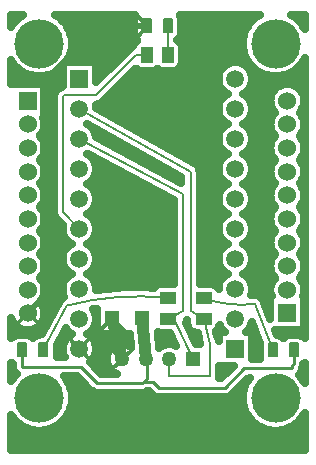
<source format=gtl>
G04 DipTrace 3.2.0.1*
G04 xbee_jst_opl.gtl*
%MOIN*%
G04 #@! TF.FileFunction,Copper,L1,Top*
G04 #@! TF.Part,Single*
%AMOUTLINE0*
4,1,40,
0.0225,-0.02,
0.023369,-0.019924,
0.02421,-0.019698,
0.025,-0.019331,
0.025714,-0.018831,
0.026331,-0.018214,
0.026831,-0.0175,
0.027198,-0.01671,
0.027424,-0.015869,
0.0275,-0.015,
0.0275,0.015,
0.027424,0.015869,
0.027198,0.01671,
0.026831,0.0175,
0.026331,0.018214,
0.025714,0.018831,
0.025,0.019331,
0.02421,0.019698,
0.023369,0.019924,
0.0225,0.02,
-0.0225,0.02,
-0.023369,0.019924,
-0.02421,0.019698,
-0.025,0.019331,
-0.025714,0.018831,
-0.026331,0.018214,
-0.026831,0.0175,
-0.027198,0.01671,
-0.027424,0.015869,
-0.0275,0.015,
-0.0275,-0.015,
-0.027424,-0.015869,
-0.027198,-0.01671,
-0.026831,-0.0175,
-0.026331,-0.018214,
-0.025714,-0.018831,
-0.025,-0.019331,
-0.02421,-0.019698,
-0.023369,-0.019924,
-0.0225,-0.02,
0.0225,-0.02,
0*%
%AMOUTLINE3*
4,1,40,
-0.02,-0.0225,
-0.019924,-0.023369,
-0.019698,-0.02421,
-0.019331,-0.025,
-0.018831,-0.025714,
-0.018214,-0.026331,
-0.0175,-0.026831,
-0.01671,-0.027198,
-0.015869,-0.027424,
-0.015,-0.0275,
0.015,-0.0275,
0.015869,-0.027424,
0.01671,-0.027198,
0.0175,-0.026831,
0.018214,-0.026331,
0.018831,-0.025714,
0.019331,-0.025,
0.019698,-0.02421,
0.019924,-0.023369,
0.02,-0.0225,
0.02,0.0225,
0.019924,0.023369,
0.019698,0.02421,
0.019331,0.025,
0.018831,0.025714,
0.018214,0.026331,
0.0175,0.026831,
0.01671,0.027198,
0.015869,0.027424,
0.015,0.0275,
-0.015,0.0275,
-0.015869,0.027424,
-0.01671,0.027198,
-0.0175,0.026831,
-0.018214,0.026331,
-0.018831,0.025714,
-0.019331,0.025,
-0.019698,0.02421,
-0.019924,0.023369,
-0.02,0.0225,
-0.02,-0.0225,
0*%
%AMOUTLINE6*
4,1,40,
-0.0175,-0.020625,
-0.017433,-0.021385,
-0.017236,-0.022121,
-0.016913,-0.022812,
-0.016476,-0.023437,
-0.015937,-0.023976,
-0.015312,-0.024413,
-0.014621,-0.024736,
-0.013885,-0.024933,
-0.013125,-0.025,
0.013125,-0.025,
0.013885,-0.024933,
0.014621,-0.024736,
0.015312,-0.024413,
0.015937,-0.023976,
0.016476,-0.023437,
0.016913,-0.022812,
0.017236,-0.022121,
0.017433,-0.021385,
0.0175,-0.020625,
0.0175,0.020625,
0.017433,0.021385,
0.017236,0.022121,
0.016913,0.022812,
0.016476,0.023437,
0.015937,0.023976,
0.015312,0.024413,
0.014621,0.024736,
0.013885,0.024933,
0.013125,0.025,
-0.013125,0.025,
-0.013885,0.024933,
-0.014621,0.024736,
-0.015312,0.024413,
-0.015937,0.023976,
-0.016476,0.023437,
-0.016913,0.022812,
-0.017236,0.022121,
-0.017433,0.021385,
-0.0175,0.020625,
-0.0175,-0.020625,
0*%
%AMOUTLINE9*
4,1,40,
0.0175,0.020625,
0.017433,0.021385,
0.017236,0.022121,
0.016913,0.022812,
0.016476,0.023437,
0.015937,0.023976,
0.015312,0.024413,
0.014621,0.024736,
0.013885,0.024933,
0.013125,0.025,
-0.013125,0.025,
-0.013885,0.024933,
-0.014621,0.024736,
-0.015312,0.024413,
-0.015937,0.023976,
-0.016476,0.023437,
-0.016913,0.022812,
-0.017236,0.022121,
-0.017433,0.021385,
-0.0175,0.020625,
-0.0175,-0.020625,
-0.017433,-0.021385,
-0.017236,-0.022121,
-0.016913,-0.022812,
-0.016476,-0.023437,
-0.015937,-0.023976,
-0.015312,-0.024413,
-0.014621,-0.024736,
-0.013885,-0.024933,
-0.013125,-0.025,
0.013125,-0.025,
0.013885,-0.024933,
0.014621,-0.024736,
0.015312,-0.024413,
0.015937,-0.023976,
0.016476,-0.023437,
0.016913,-0.022812,
0.017236,-0.022121,
0.017433,-0.021385,
0.0175,-0.020625,
0.0175,0.020625,
0*%
G04 #@! TA.AperFunction,Conductor*
%ADD13C,0.04*%
%ADD14C,0.01*%
%ADD15C,0.02*%
%ADD16C,0.008*%
G04 #@! TA.AperFunction,CopperBalancing*
%ADD17C,0.025*%
%ADD18C,0.012992*%
G04 #@! TA.AperFunction,ComponentPad*
%ADD20R,0.05X0.05*%
%ADD21R,0.059055X0.059055*%
%ADD22C,0.059055*%
%ADD23C,0.05*%
%ADD24R,0.06X0.06*%
%ADD25C,0.06*%
G04 #@! TA.AperFunction,ViaPad*
%ADD26C,0.165*%
%ADD48OUTLINE0*%
%ADD51OUTLINE3*%
%ADD54OUTLINE6*%
%ADD57OUTLINE9*%
%FSLAX26Y26*%
G04*
G70*
G90*
G75*
G01*
G04 Top*
%LPD*%
X884016Y738700D2*
D13*
X873386Y876201D1*
X473386Y768701D2*
D14*
Y713701D1*
X668386D1*
X723386Y658701D1*
X873386D1*
X878719Y664034D1*
X888386Y673701D1*
Y734330D1*
X884016Y738700D1*
X878719Y664034D2*
X908053D1*
X928386Y643701D1*
X1148386D1*
X1213386Y708701D1*
X1373386D1*
Y718701D1*
X1378386Y723701D1*
Y768701D1*
X805276Y738700D2*
D13*
X773386Y876201D1*
X888386Y1848701D2*
D15*
X733386D1*
X563386Y1678701D1*
Y965236D1*
X490315Y892166D1*
X958386Y1848701D2*
D16*
Y1753701D1*
X888386D2*
X853386D1*
X718386Y1618701D1*
X613386D1*
X608386Y1613701D1*
Y1228701D1*
X663386Y1173701D1*
X1077135Y943701D2*
G03X1248386Y923701I126251J337856D01*
G01*
X1308386Y768701D1*
X958386Y943701D2*
G03X623386Y918701I-100000J-917000D01*
G01*
X543386Y768701D1*
X962756Y738700D2*
Y683697D1*
X1098386D1*
Y789176D1*
X1077135Y873701D1*
X1033498Y898895D1*
Y1363701D1*
X663386Y1573701D1*
X1041496Y738700D2*
X978386Y873701D1*
X958386D1*
X1008386Y898701D1*
Y1289502D1*
X663386Y1473701D1*
D26*
X529488Y610236D3*
Y1791339D3*
X1316890Y610236D3*
Y1791339D3*
X438619Y1870116D2*
D17*
X451669D1*
X607311D2*
X841910D1*
X1004872D2*
X1239076D1*
X1394718D2*
X1411679D1*
X626724Y1845247D2*
X841910D1*
X1004872D2*
X1219662D1*
X637023Y1820378D2*
X842878D1*
X1003903D2*
X1209328D1*
X640898Y1795509D2*
X846000D1*
X1000745D2*
X1205488D1*
X638997Y1770641D2*
X824721D1*
X1007384D2*
X1207390D1*
X630994Y1745772D2*
X799817D1*
X1007384D2*
X1215392D1*
X721889Y1720903D2*
X774950D1*
X1005661D2*
X1150729D1*
X1216050D2*
X1231217D1*
X1402576D2*
X1411715D1*
X438619Y1696034D2*
X474097D1*
X584883D2*
X604859D1*
X721889D2*
X750082D1*
X841348D2*
X1129521D1*
X1237258D2*
X1261503D1*
X1372254D2*
X1411715D1*
X438619Y1671166D2*
X604859D1*
X816480D2*
X1124928D1*
X1241851D2*
X1411715D1*
X549322Y1646297D2*
X597933D1*
X791612D2*
X1132033D1*
X1234746D2*
X1320425D1*
X1392493D2*
X1411715D1*
X549322Y1621428D2*
X576402D1*
X766744D2*
X1151554D1*
X1215225D2*
X1301371D1*
X549322Y1596559D2*
X575398D1*
X741841D2*
X1129737D1*
X1237042D2*
X1297639D1*
X549322Y1571691D2*
X575398D1*
X731219D2*
X1124892D1*
X1241887D2*
X1305569D1*
X549322Y1546822D2*
X575398D1*
X775034D2*
X1131746D1*
X1235033D2*
X1303165D1*
X549322Y1521953D2*
X575398D1*
X818884D2*
X1152415D1*
X1214328D2*
X1297459D1*
X543473Y1497084D2*
X575398D1*
X716793D2*
X734113D1*
X862699D2*
X1129988D1*
X1236791D2*
X1303308D1*
X541392Y1472215D2*
X575398D1*
X733408D2*
X777964D1*
X906549D2*
X1124892D1*
X1241887D2*
X1305390D1*
X549178Y1447347D2*
X575398D1*
X779986D2*
X821779D1*
X950364D2*
X1131459D1*
X1235320D2*
X1297603D1*
X545303Y1422478D2*
X575398D1*
X826563D2*
X865629D1*
X994178D2*
X1153348D1*
X1213431D2*
X1301478D1*
X538664Y1397609D2*
X575398D1*
X716542D2*
X738671D1*
X873141D2*
X909444D1*
X1038029D2*
X1130239D1*
X1236540D2*
X1308117D1*
X548712Y1372740D2*
X575398D1*
X721889D2*
X785248D1*
X919719D2*
X953294D1*
X1065121D2*
X1124892D1*
X1241887D2*
X1298069D1*
X546774Y1347872D2*
X575398D1*
X715609D2*
X831826D1*
X966296D2*
X997109D1*
X1066485D2*
X1131172D1*
X1235607D2*
X1300007D1*
X535399Y1323003D2*
X575398D1*
X692500D2*
X878404D1*
X1066485D2*
X1154281D1*
X1212498D2*
X1311382D1*
X1401536D2*
X1411750D1*
X547958Y1298134D2*
X575398D1*
X716291D2*
X924981D1*
X1066485D2*
X1130490D1*
X1236289D2*
X1298823D1*
X547887Y1273265D2*
X575398D1*
X721889D2*
X971559D1*
X1066485D2*
X1124856D1*
X1241887D2*
X1298895D1*
X535076Y1248397D2*
X575398D1*
X715861D2*
X975399D1*
X1066485D2*
X1130921D1*
X1235858D2*
X1311669D1*
X1401248D2*
X1411750D1*
X546882Y1223528D2*
X575828D1*
X691495D2*
X975399D1*
X1066485D2*
X1155286D1*
X1211493D2*
X1299899D1*
X548676Y1198659D2*
X592802D1*
X716040D2*
X975399D1*
X1066485D2*
X1130741D1*
X1236038D2*
X1298105D1*
X538413Y1173790D2*
X604859D1*
X721889D2*
X975399D1*
X1066485D2*
X1124856D1*
X1241923D2*
X1308332D1*
X545447Y1148921D2*
X610636D1*
X716112D2*
X975399D1*
X1066485D2*
X1130634D1*
X1236109D2*
X1301335D1*
X549143Y1124053D2*
X634930D1*
X691818D2*
X975399D1*
X1066485D2*
X1154927D1*
X1211816D2*
X1297639D1*
X541176Y1099184D2*
X610995D1*
X715789D2*
X975399D1*
X1066485D2*
X1130993D1*
X1235786D2*
X1305605D1*
X543652Y1074315D2*
X604859D1*
X721889D2*
X975399D1*
X1066485D2*
X1124856D1*
X1241887D2*
X1303129D1*
X549322Y1049446D2*
X610385D1*
X716399D2*
X975399D1*
X1066485D2*
X1130383D1*
X1236397D2*
X1297459D1*
X543437Y1024578D2*
X633961D1*
X692823D2*
X975399D1*
X1066485D2*
X1153958D1*
X1212821D2*
X1303344D1*
X541427Y999709D2*
X611282D1*
X715502D2*
X975399D1*
X1066485D2*
X1131280D1*
X1235499D2*
X1305354D1*
X549178Y974840D2*
X604895D1*
X721889D2*
X760919D1*
X1241887D2*
X1297603D1*
X545303Y949971D2*
X610134D1*
X1266360D2*
X1301478D1*
X538700Y925103D2*
X589751D1*
X1283046D2*
X1297459D1*
X548712Y900234D2*
X576474D1*
X546738Y875365D2*
X563233D1*
X438655Y850496D2*
X449660D1*
X530949D2*
X549956D1*
X438691Y825628D2*
X536679D1*
X610792D2*
X632131D1*
X694653D2*
X719401D1*
X927362D2*
X964705D1*
X1037024D2*
X1055277D1*
X1241923D2*
X1251140D1*
X1321550D2*
X1411750D1*
X597550Y800759D2*
X611820D1*
X714928D2*
X830104D1*
X928367D2*
X976332D1*
X1048650D2*
X1061521D1*
X1241923D2*
X1260786D1*
X589871Y775890D2*
X604895D1*
X721853D2*
X767163D1*
X1241923D2*
X1261898D1*
X589871Y751021D2*
X609667D1*
X717116D2*
X752773D1*
X1241923D2*
X1261898D1*
X702978Y726152D2*
X752845D1*
X727846Y701284D2*
X767414D1*
X1131364D2*
X1158946D1*
X618578Y676415D2*
X658649D1*
X632860Y651546D2*
X683517D1*
X1203275D2*
X1213537D1*
X639750Y626677D2*
X898355D1*
X1178408D2*
X1206636D1*
X640647Y601809D2*
X1205739D1*
X635767Y576940D2*
X1210620D1*
X624176Y552071D2*
X1222210D1*
X438691Y527202D2*
X456370D1*
X602574D2*
X1243777D1*
X1389981D2*
X1411786D1*
X438691Y502334D2*
X511632D1*
X547348D2*
X1299038D1*
X1334755D2*
X1411786D1*
X438691Y477465D2*
X1411786D1*
X438691Y452596D2*
X1411786D1*
X924878Y829191D2*
Y824709D1*
X923981D1*
X927730Y776424D1*
X932490Y780358D1*
X939379Y784579D1*
X946844Y787671D1*
X954701Y789558D1*
X962756Y790192D1*
X970811Y789558D1*
X978668Y787671D1*
X986477Y784386D1*
X966475Y827178D1*
X932705Y827386D1*
X927310Y828416D1*
X925316Y829037D1*
X824878Y824709D2*
X721894D1*
Y908111D1*
X709119Y906038D1*
X713300Y899133D1*
X716664Y891012D1*
X718716Y882464D1*
X719406Y873701D1*
X718716Y864938D1*
X716664Y856390D1*
X713300Y848269D1*
X708707Y840774D1*
X702998Y834089D1*
X696314Y828380D1*
X688647Y823708D1*
X695050Y819913D1*
X700823Y815374D1*
X705953Y810119D1*
X710351Y804238D1*
X713942Y797832D1*
X716664Y791011D1*
X718471Y783893D1*
X719331Y776600D1*
X719285Y770029D1*
X718324Y762748D1*
X716420Y755656D1*
X713603Y748874D1*
X709924Y742518D1*
X705445Y736698D1*
X700243Y731514D1*
X697416Y729202D1*
X736454Y690169D1*
X788013Y690193D1*
X782278Y692629D1*
X775958Y696369D1*
X770235Y700969D1*
X765225Y706337D1*
X761029Y712363D1*
X757733Y718924D1*
X755403Y725888D1*
X754088Y733112D1*
X753814Y740450D1*
X754586Y747752D1*
X756389Y754870D1*
X759186Y761659D1*
X762920Y767981D1*
X767516Y773708D1*
X772879Y778723D1*
X778901Y782924D1*
X785460Y786226D1*
X792422Y788561D1*
X799645Y789883D1*
X806982Y790163D1*
X814285Y789397D1*
X821404Y787601D1*
X828196Y784809D1*
X834085Y781370D1*
X830734Y824739D1*
X1136553Y829721D2*
X1148718D1*
X1143774Y834089D1*
X1138065Y840774D1*
X1133472Y848269D1*
X1130828Y854439D1*
X1129921Y850125D1*
X1127987Y845028D1*
X1125165Y840290D1*
X1121582Y836138D1*
X1120048Y834721D1*
X1120146Y827681D1*
X1127365Y798969D1*
X1127367Y829721D1*
X1136553D1*
X1218118D2*
X1239406D1*
Y740189D1*
X1265454Y740193D1*
X1264604Y744569D1*
X1264394Y757263D1*
X1264563Y792410D1*
X1264828Y794481D1*
X1263369Y800528D1*
X1238640Y864412D1*
X1236664Y856390D1*
X1233300Y848269D1*
X1228707Y840774D1*
X1222998Y834089D1*
X1218000Y829710D1*
X1177864Y717681D2*
X1128881D1*
X1128784Y681305D1*
X1128033Y676570D1*
X1130486Y675193D1*
X1135330D1*
X1177855Y717707D1*
X1239233Y969306D2*
X1237858Y960623D1*
X1235433Y953053D1*
X1249098Y954185D1*
X1253858Y953698D1*
X1258484Y952473D1*
X1262860Y950539D1*
X1266880Y947944D1*
X1270445Y944753D1*
X1273467Y941043D1*
X1275871Y936906D1*
X1299971Y874907D1*
X1299965Y948657D1*
X1304522D1*
X1301526Y957718D1*
X1300139Y966473D1*
Y975338D1*
X1301526Y984094D1*
X1304265Y992524D1*
X1308290Y1000423D1*
X1313500Y1007594D1*
X1315958Y1010254D1*
X1310754Y1016441D1*
X1306122Y1023999D1*
X1302730Y1032189D1*
X1300660Y1040809D1*
X1299965Y1049646D1*
X1300660Y1058483D1*
X1302730Y1067103D1*
X1306122Y1075293D1*
X1310754Y1082851D1*
X1315958Y1088994D1*
X1310754Y1095181D1*
X1306122Y1102739D1*
X1302730Y1110929D1*
X1300660Y1119549D1*
X1299965Y1128386D1*
X1300660Y1137223D1*
X1302730Y1145843D1*
X1306122Y1154033D1*
X1310754Y1161591D1*
X1315958Y1167734D1*
X1310754Y1173921D1*
X1306122Y1181479D1*
X1302730Y1189669D1*
X1300660Y1198289D1*
X1299965Y1207126D1*
X1300660Y1215963D1*
X1302730Y1224583D1*
X1306122Y1232773D1*
X1310754Y1240331D1*
X1315958Y1246474D1*
X1310754Y1252661D1*
X1306122Y1260220D1*
X1302730Y1268409D1*
X1300660Y1277029D1*
X1299965Y1285866D1*
X1300660Y1294704D1*
X1302730Y1303323D1*
X1306122Y1311513D1*
X1310754Y1319072D1*
X1315958Y1325214D1*
X1310754Y1331401D1*
X1306122Y1338960D1*
X1302730Y1347150D1*
X1300660Y1355769D1*
X1299965Y1364607D1*
X1300660Y1373444D1*
X1302730Y1382063D1*
X1306122Y1390253D1*
X1310754Y1397812D1*
X1315958Y1403954D1*
X1310754Y1410142D1*
X1306122Y1417700D1*
X1302730Y1425890D1*
X1300660Y1434509D1*
X1299965Y1443347D1*
X1300660Y1452184D1*
X1302730Y1460804D1*
X1306122Y1468994D1*
X1310754Y1476552D1*
X1315958Y1482695D1*
X1310754Y1488882D1*
X1306122Y1496440D1*
X1302730Y1504630D1*
X1300660Y1513250D1*
X1299965Y1522087D1*
X1300660Y1530924D1*
X1302730Y1539544D1*
X1306122Y1547734D1*
X1310754Y1555292D1*
X1315958Y1561435D1*
X1310754Y1567622D1*
X1306122Y1575180D1*
X1302730Y1583370D1*
X1300660Y1591990D1*
X1299965Y1600827D1*
X1300660Y1609664D1*
X1302730Y1618284D1*
X1306122Y1626474D1*
X1310754Y1634032D1*
X1316511Y1640773D1*
X1323252Y1646530D1*
X1330810Y1651162D1*
X1339000Y1654554D1*
X1347620Y1656623D1*
X1356457Y1657319D1*
X1365294Y1656623D1*
X1373914Y1654554D1*
X1382104Y1651162D1*
X1389662Y1646530D1*
X1396403Y1640773D1*
X1402160Y1634032D1*
X1406792Y1626474D1*
X1410184Y1618284D1*
X1412253Y1609664D1*
X1412949Y1600827D1*
X1412253Y1591990D1*
X1410184Y1583370D1*
X1406792Y1575180D1*
X1402160Y1567622D1*
X1396956Y1561479D1*
X1402160Y1555292D1*
X1406792Y1547734D1*
X1410184Y1539544D1*
X1412253Y1530924D1*
X1412949Y1522087D1*
X1412253Y1513250D1*
X1410184Y1504630D1*
X1406792Y1496440D1*
X1402160Y1488882D1*
X1396956Y1482739D1*
X1402160Y1476552D1*
X1406792Y1468994D1*
X1410184Y1460804D1*
X1412253Y1452184D1*
X1412949Y1443347D1*
X1412253Y1434509D1*
X1410184Y1425890D1*
X1406792Y1417700D1*
X1402160Y1410142D1*
X1396956Y1403999D1*
X1402160Y1397812D1*
X1406792Y1390253D1*
X1410184Y1382063D1*
X1412253Y1373444D1*
X1412949Y1364607D1*
X1412253Y1355769D1*
X1410184Y1347150D1*
X1406792Y1338960D1*
X1402160Y1331401D1*
X1396956Y1325259D1*
X1402160Y1319072D1*
X1406792Y1311513D1*
X1410184Y1303323D1*
X1412253Y1294704D1*
X1412949Y1285866D1*
X1412253Y1277029D1*
X1410184Y1268409D1*
X1406792Y1260220D1*
X1402160Y1252661D1*
X1396956Y1246518D1*
X1402160Y1240331D1*
X1406792Y1232773D1*
X1410184Y1224583D1*
X1412253Y1215963D1*
X1412949Y1207126D1*
X1412253Y1198289D1*
X1410184Y1189669D1*
X1406792Y1181479D1*
X1402160Y1173921D1*
X1396956Y1167778D1*
X1402160Y1161591D1*
X1406792Y1154033D1*
X1410184Y1145843D1*
X1412253Y1137223D1*
X1412949Y1128386D1*
X1412253Y1119549D1*
X1410184Y1110929D1*
X1406792Y1102739D1*
X1402160Y1095181D1*
X1396956Y1089038D1*
X1402160Y1082851D1*
X1406792Y1075293D1*
X1410184Y1067103D1*
X1412253Y1058483D1*
X1412949Y1049646D1*
X1412253Y1040809D1*
X1410184Y1032189D1*
X1406792Y1023999D1*
X1402160Y1016441D1*
X1396956Y1010298D1*
X1402160Y1004111D1*
X1406792Y996553D1*
X1410184Y988363D1*
X1412253Y979743D1*
X1412949Y970906D1*
X1412253Y962068D1*
X1410184Y953449D1*
X1408351Y948642D1*
X1412949Y948657D1*
Y835673D1*
X1315165D1*
X1321163Y820160D1*
X1326658Y819760D1*
X1331837Y818414D1*
X1336753Y816167D1*
X1341165Y813126D1*
X1342724Y811736D1*
X1343716Y811410D1*
X1347888Y814822D1*
X1352560Y817443D1*
X1357658Y819227D1*
X1362937Y820091D1*
X1391511Y820193D1*
X1396658Y819760D1*
X1401837Y818414D1*
X1406753Y816167D1*
X1411165Y813126D1*
X1413601Y810865D1*
X1414268Y811136D1*
X1414003Y1741857D1*
X1409821Y1734391D1*
X1405066Y1727275D1*
X1399768Y1720554D1*
X1393959Y1714270D1*
X1387675Y1708461D1*
X1380954Y1703162D1*
X1373838Y1698408D1*
X1366371Y1694226D1*
X1358599Y1690643D1*
X1350570Y1687681D1*
X1342334Y1685358D1*
X1333940Y1683689D1*
X1325441Y1682683D1*
X1316890Y1682347D1*
X1308339Y1682683D1*
X1299840Y1683689D1*
X1291446Y1685358D1*
X1283210Y1687681D1*
X1275181Y1690643D1*
X1267409Y1694226D1*
X1259942Y1698408D1*
X1252826Y1703162D1*
X1246105Y1708461D1*
X1239821Y1714270D1*
X1234012Y1720554D1*
X1228714Y1727275D1*
X1223959Y1734391D1*
X1219777Y1741857D1*
X1216194Y1749629D1*
X1213232Y1757658D1*
X1210909Y1765895D1*
X1209240Y1774289D1*
X1208234Y1782787D1*
X1207898Y1791339D1*
X1208234Y1799890D1*
X1209240Y1808389D1*
X1210909Y1816782D1*
X1213232Y1825019D1*
X1216194Y1833048D1*
X1219777Y1840820D1*
X1223959Y1848287D1*
X1228714Y1855403D1*
X1234012Y1862123D1*
X1239821Y1868408D1*
X1246105Y1874217D1*
X1252826Y1879515D1*
X1259942Y1884270D1*
X1264288Y1886704D1*
X997028Y1886691D1*
X999628Y1882027D1*
X1001412Y1876929D1*
X1002276Y1871650D1*
X1002378Y1828076D1*
X1001945Y1822929D1*
X1000433Y1817293D1*
X998352Y1812834D1*
X995312Y1808422D1*
X991528Y1804580D1*
X989888Y1803288D1*
X995011Y1799081D1*
X998654Y1794980D1*
X1001530Y1790309D1*
X1003559Y1785180D1*
X1004656Y1779840D1*
X1004878Y1767015D1*
X1004701Y1728020D1*
X1003671Y1722625D1*
X1002278Y1718700D1*
X999689Y1713902D1*
X995950Y1709254D1*
X992165Y1705933D1*
X987495Y1703057D1*
X982365Y1701028D1*
X977025Y1699931D1*
X964200Y1699709D1*
X940205Y1699886D1*
X934810Y1700916D1*
X929714Y1702849D1*
X924968Y1705676D1*
X922165Y1705933D1*
X917495Y1703057D1*
X912365Y1701028D1*
X907025Y1699931D1*
X894200Y1699709D1*
X870205Y1699886D1*
X864810Y1700916D1*
X859714Y1702849D1*
X854975Y1705671D1*
X851762Y1708321D1*
X848964Y1706157D1*
X738189Y1595515D1*
X734318Y1592702D1*
X730055Y1590530D1*
X725504Y1589051D1*
X720778Y1588303D1*
X717489Y1588209D1*
X718716Y1582464D1*
X719274Y1577049D1*
X1050580Y1388959D1*
X1054321Y1385976D1*
X1057549Y1382444D1*
X1060185Y1378451D1*
X1062164Y1374095D1*
X1063437Y1369482D1*
X1063972Y1364718D1*
X1063990Y990183D1*
X1102816Y990016D1*
X1108211Y988986D1*
X1113308Y987053D1*
X1118421Y983964D1*
X1122199Y980648D1*
X1125666Y976399D1*
X1127366Y973701D1*
X1128056Y982464D1*
X1130108Y991012D1*
X1133472Y999133D1*
X1138065Y1006628D1*
X1143774Y1013313D1*
X1150459Y1019022D1*
X1158125Y1023694D1*
X1150459Y1028380D1*
X1143774Y1034089D1*
X1138065Y1040774D1*
X1133472Y1048269D1*
X1130108Y1056390D1*
X1128056Y1064938D1*
X1127366Y1073701D1*
X1128056Y1082464D1*
X1130108Y1091012D1*
X1133472Y1099133D1*
X1138065Y1106628D1*
X1143774Y1113313D1*
X1150459Y1119022D1*
X1158125Y1123694D1*
X1150459Y1128380D1*
X1143774Y1134089D1*
X1138065Y1140774D1*
X1133472Y1148269D1*
X1130108Y1156390D1*
X1128056Y1164938D1*
X1127366Y1173701D1*
X1128056Y1182464D1*
X1130108Y1191012D1*
X1133472Y1199133D1*
X1138065Y1206628D1*
X1143774Y1213313D1*
X1150459Y1219022D1*
X1158125Y1223694D1*
X1150459Y1228380D1*
X1143774Y1234089D1*
X1138065Y1240774D1*
X1133472Y1248269D1*
X1130108Y1256390D1*
X1128056Y1264938D1*
X1127366Y1273701D1*
X1128056Y1282464D1*
X1130108Y1291012D1*
X1133472Y1299133D1*
X1138065Y1306628D1*
X1143774Y1313313D1*
X1150459Y1319022D1*
X1158125Y1323694D1*
X1150459Y1328380D1*
X1143774Y1334089D1*
X1138065Y1340774D1*
X1133472Y1348269D1*
X1130108Y1356390D1*
X1128056Y1364938D1*
X1127366Y1373701D1*
X1128056Y1382464D1*
X1130108Y1391012D1*
X1133472Y1399133D1*
X1138065Y1406628D1*
X1143774Y1413313D1*
X1150459Y1419022D1*
X1158125Y1423694D1*
X1150459Y1428380D1*
X1143774Y1434089D1*
X1138065Y1440774D1*
X1133472Y1448269D1*
X1130108Y1456390D1*
X1128056Y1464938D1*
X1127366Y1473701D1*
X1128056Y1482464D1*
X1130108Y1491012D1*
X1133472Y1499133D1*
X1138065Y1506628D1*
X1143774Y1513313D1*
X1150459Y1519022D1*
X1158125Y1523694D1*
X1150459Y1528380D1*
X1143774Y1534089D1*
X1138065Y1540774D1*
X1133472Y1548269D1*
X1130108Y1556390D1*
X1128056Y1564938D1*
X1127366Y1573701D1*
X1128056Y1582464D1*
X1130108Y1591012D1*
X1133472Y1599133D1*
X1138065Y1606628D1*
X1143774Y1613313D1*
X1150459Y1619022D1*
X1158125Y1623694D1*
X1150459Y1628380D1*
X1143774Y1634089D1*
X1138065Y1640774D1*
X1133472Y1648269D1*
X1130108Y1656390D1*
X1128056Y1664938D1*
X1127366Y1673701D1*
X1128056Y1682464D1*
X1130108Y1691012D1*
X1133472Y1699133D1*
X1138065Y1706628D1*
X1143774Y1713313D1*
X1150459Y1719022D1*
X1157954Y1723615D1*
X1166075Y1726979D1*
X1174623Y1729031D1*
X1183386Y1729721D1*
X1192149Y1729031D1*
X1200697Y1726979D1*
X1208818Y1723615D1*
X1216314Y1719022D1*
X1222998Y1713313D1*
X1228707Y1706628D1*
X1233300Y1699133D1*
X1236664Y1691012D1*
X1238716Y1682464D1*
X1239406Y1673701D1*
X1238716Y1664938D1*
X1236664Y1656390D1*
X1233300Y1648269D1*
X1228707Y1640774D1*
X1222998Y1634089D1*
X1216314Y1628380D1*
X1208647Y1623708D1*
X1216314Y1619022D1*
X1222998Y1613313D1*
X1228707Y1606628D1*
X1233300Y1599133D1*
X1236664Y1591012D1*
X1238716Y1582464D1*
X1239406Y1573701D1*
X1238716Y1564938D1*
X1236664Y1556390D1*
X1233300Y1548269D1*
X1228707Y1540774D1*
X1222998Y1534089D1*
X1216314Y1528380D1*
X1208647Y1523708D1*
X1216314Y1519022D1*
X1222998Y1513313D1*
X1228707Y1506628D1*
X1233300Y1499133D1*
X1236664Y1491012D1*
X1238716Y1482464D1*
X1239406Y1473701D1*
X1238716Y1464938D1*
X1236664Y1456390D1*
X1233300Y1448269D1*
X1228707Y1440774D1*
X1222998Y1434089D1*
X1216314Y1428380D1*
X1208647Y1423708D1*
X1216314Y1419022D1*
X1222998Y1413313D1*
X1228707Y1406628D1*
X1233300Y1399133D1*
X1236664Y1391012D1*
X1238716Y1382464D1*
X1239406Y1373701D1*
X1238716Y1364938D1*
X1236664Y1356390D1*
X1233300Y1348269D1*
X1228707Y1340774D1*
X1222998Y1334089D1*
X1216314Y1328380D1*
X1208647Y1323708D1*
X1216314Y1319022D1*
X1222998Y1313313D1*
X1228707Y1306628D1*
X1233300Y1299133D1*
X1236664Y1291012D1*
X1238716Y1282464D1*
X1239406Y1273701D1*
X1238716Y1264938D1*
X1236664Y1256390D1*
X1233300Y1248269D1*
X1228707Y1240774D1*
X1222998Y1234089D1*
X1216314Y1228380D1*
X1208647Y1223708D1*
X1216314Y1219022D1*
X1222998Y1213313D1*
X1228707Y1206628D1*
X1233300Y1199133D1*
X1236664Y1191012D1*
X1238716Y1182464D1*
X1239406Y1173701D1*
X1238716Y1164938D1*
X1236664Y1156390D1*
X1233300Y1148269D1*
X1228707Y1140774D1*
X1222998Y1134089D1*
X1216314Y1128380D1*
X1208647Y1123708D1*
X1216314Y1119022D1*
X1222998Y1113313D1*
X1228707Y1106628D1*
X1233300Y1099133D1*
X1236664Y1091012D1*
X1238716Y1082464D1*
X1239406Y1073701D1*
X1238716Y1064938D1*
X1236664Y1056390D1*
X1233300Y1048269D1*
X1228707Y1040774D1*
X1222998Y1034089D1*
X1216314Y1028380D1*
X1208647Y1023708D1*
X1216314Y1019022D1*
X1222998Y1013313D1*
X1228707Y1006628D1*
X1233300Y999133D1*
X1236664Y991012D1*
X1238716Y982464D1*
X1239406Y973701D1*
X1239233Y969306D1*
X619388Y1729720D2*
X719406D1*
Y1662868D1*
X833583Y1776887D1*
X837454Y1779700D1*
X841726Y1781875D1*
X842760Y1783490D1*
X844494Y1788702D1*
X847356Y1793899D1*
X850506Y1797826D1*
X854607Y1801469D1*
X855695Y1802236D1*
X855795Y1804122D1*
X851924Y1807874D1*
X848765Y1812243D1*
X846426Y1817065D1*
X844947Y1822263D1*
X844399Y1827593D1*
X844563Y1872410D1*
X845557Y1877665D1*
X847467Y1882719D1*
X849251Y1885936D1*
X846351Y1886676D1*
X582351Y1886650D1*
X593552Y1879515D1*
X600273Y1874217D1*
X606557Y1868408D1*
X612367Y1862123D1*
X617665Y1855403D1*
X622419Y1848287D1*
X626601Y1840820D1*
X630184Y1833048D1*
X633146Y1825019D1*
X635469Y1816782D1*
X637139Y1808389D1*
X638144Y1799890D1*
X638480Y1791339D1*
X638144Y1782787D1*
X637139Y1774289D1*
X635469Y1765895D1*
X633146Y1757658D1*
X630184Y1749629D1*
X626601Y1741857D1*
X622419Y1734391D1*
X619281Y1729693D1*
X607367Y1648578D2*
Y1715107D1*
X600273Y1708461D1*
X593552Y1703162D1*
X586437Y1698408D1*
X578970Y1694226D1*
X571198Y1690643D1*
X563169Y1687681D1*
X554932Y1685358D1*
X546539Y1683689D1*
X538040Y1682683D1*
X529488Y1682347D1*
X520937Y1682683D1*
X512438Y1683689D1*
X504045Y1685358D1*
X495808Y1687681D1*
X487779Y1690643D1*
X480007Y1694226D1*
X472540Y1698408D1*
X465425Y1703162D1*
X458704Y1708461D1*
X452419Y1714270D1*
X446610Y1720554D1*
X441312Y1727275D1*
X436116Y1735178D1*
X436118Y1657287D1*
X546807Y1657319D1*
Y1544335D1*
X542250D1*
X545246Y1535275D1*
X546633Y1526519D1*
Y1517655D1*
X545246Y1508899D1*
X542507Y1500468D1*
X538483Y1492570D1*
X533272Y1485398D1*
X530814Y1482739D1*
X536018Y1476552D1*
X540650Y1468994D1*
X544042Y1460804D1*
X546112Y1452184D1*
X546807Y1443347D1*
X546112Y1434509D1*
X544042Y1425890D1*
X540650Y1417700D1*
X536018Y1410142D1*
X530814Y1403999D1*
X536018Y1397812D1*
X540650Y1390253D1*
X544042Y1382063D1*
X546112Y1373444D1*
X546807Y1364607D1*
X546112Y1355769D1*
X544042Y1347150D1*
X540650Y1338960D1*
X536018Y1331401D1*
X530814Y1325259D1*
X536018Y1319072D1*
X540650Y1311513D1*
X544042Y1303323D1*
X546112Y1294704D1*
X546807Y1285866D1*
X546112Y1277029D1*
X544042Y1268409D1*
X540650Y1260220D1*
X536018Y1252661D1*
X530814Y1246518D1*
X536018Y1240331D1*
X540650Y1232773D1*
X544042Y1224583D1*
X546112Y1215963D1*
X546807Y1207126D1*
X546112Y1198289D1*
X544042Y1189669D1*
X540650Y1181479D1*
X536018Y1173921D1*
X530814Y1167778D1*
X536018Y1161591D1*
X540650Y1154033D1*
X544042Y1145843D1*
X546112Y1137223D1*
X546807Y1128386D1*
X546112Y1119549D1*
X544042Y1110929D1*
X540650Y1102739D1*
X536018Y1095181D1*
X530814Y1089038D1*
X536018Y1082851D1*
X540650Y1075293D1*
X544042Y1067103D1*
X546112Y1058483D1*
X546807Y1049646D1*
X546112Y1040809D1*
X544042Y1032189D1*
X540650Y1023999D1*
X536018Y1016441D1*
X530814Y1010298D1*
X536018Y1004111D1*
X540650Y996553D1*
X544042Y988363D1*
X546112Y979743D1*
X546807Y970906D1*
X546112Y962068D1*
X544042Y953449D1*
X540650Y945259D1*
X536018Y937701D1*
X530814Y931558D1*
X535055Y926657D1*
X539152Y920562D1*
X542423Y913987D1*
X544813Y907043D1*
X546282Y899847D1*
X546807Y892166D1*
X546330Y884837D1*
X544906Y877633D1*
X542559Y870674D1*
X539330Y864078D1*
X535272Y857957D1*
X530454Y852414D1*
X524959Y847543D1*
X518877Y843426D1*
X512313Y840133D1*
X505377Y837719D1*
X498187Y836225D1*
X490864Y835676D1*
X483531Y836082D1*
X476313Y837436D1*
X469332Y839715D1*
X462705Y842881D1*
X456545Y846879D1*
X450955Y851642D1*
X446031Y857091D1*
X441855Y863132D1*
X438498Y869663D1*
X436170Y876074D1*
X436175Y808626D1*
X440244Y812822D1*
X444638Y815946D1*
X449478Y818248D1*
X454688Y819685D1*
X460023Y820192D1*
X489595Y820024D1*
X494850Y819030D1*
X499904Y817120D1*
X504509Y814385D1*
X507724Y811736D1*
X508716Y811410D1*
X512888Y814822D1*
X517560Y817443D1*
X522658Y819227D1*
X527937Y820091D1*
X530023Y820192D1*
X538096Y823578D1*
X597690Y935117D1*
X600574Y938935D1*
X604020Y942254D1*
X607943Y944993D1*
X612255Y947089D1*
X613472Y948269D1*
X610108Y956390D1*
X608056Y964938D1*
X607366Y973701D1*
X608056Y982464D1*
X610108Y991012D1*
X613472Y999133D1*
X618065Y1006628D1*
X623774Y1013313D1*
X630459Y1019022D1*
X638125Y1023694D1*
X630459Y1028380D1*
X623774Y1034089D1*
X618065Y1040774D1*
X613472Y1048269D1*
X610108Y1056390D1*
X608056Y1064938D1*
X607366Y1073701D1*
X608056Y1082464D1*
X610108Y1091012D1*
X613472Y1099133D1*
X618065Y1106628D1*
X623774Y1113313D1*
X630459Y1119022D1*
X638125Y1123694D1*
X630459Y1128380D1*
X623774Y1134089D1*
X618065Y1140774D1*
X613472Y1148269D1*
X610108Y1156390D1*
X608056Y1164938D1*
X607366Y1173701D1*
X608056Y1182464D1*
X608629Y1185346D1*
X585200Y1208898D1*
X582387Y1212769D1*
X580215Y1217032D1*
X578736Y1221583D1*
X577988Y1226309D1*
X577894Y1302192D1*
X577988Y1616093D1*
X578736Y1620819D1*
X580215Y1625370D1*
X582387Y1629633D1*
X585200Y1633504D1*
X593583Y1641887D1*
X597454Y1644700D1*
X601717Y1646872D1*
X606277Y1648352D1*
X689193Y1523997D2*
X688818Y1523615D1*
X696314Y1519022D1*
X702998Y1513313D1*
X708707Y1506628D1*
X713300Y1499133D1*
X716664Y1491012D1*
X718716Y1482464D1*
X719186Y1478489D1*
X1003002Y1326942D1*
X1003005Y1345976D1*
X689213Y1523988D1*
X690422Y1424686D2*
X688818Y1423615D1*
X696314Y1419022D1*
X702998Y1413313D1*
X708707Y1406628D1*
X713300Y1399133D1*
X716664Y1391012D1*
X718716Y1382464D1*
X719406Y1373701D1*
X718716Y1364938D1*
X716664Y1356390D1*
X713300Y1348269D1*
X708707Y1340774D1*
X702998Y1334089D1*
X696314Y1328380D1*
X688647Y1323708D1*
X696314Y1319022D1*
X702998Y1313313D1*
X708707Y1306628D1*
X713300Y1299133D1*
X716664Y1291012D1*
X718716Y1282464D1*
X719406Y1273701D1*
X718716Y1264938D1*
X716664Y1256390D1*
X713300Y1248269D1*
X708707Y1240774D1*
X702998Y1234089D1*
X696314Y1228380D1*
X688647Y1223708D1*
X696314Y1219022D1*
X702998Y1213313D1*
X708707Y1206628D1*
X713300Y1199133D1*
X716664Y1191012D1*
X718716Y1182464D1*
X719406Y1173701D1*
X718716Y1164938D1*
X716664Y1156390D1*
X713300Y1148269D1*
X708707Y1140774D1*
X702998Y1134089D1*
X696314Y1128380D1*
X688647Y1123708D1*
X696314Y1119022D1*
X702998Y1113313D1*
X708707Y1106628D1*
X713300Y1099133D1*
X716664Y1091012D1*
X718716Y1082464D1*
X719406Y1073701D1*
X718716Y1064938D1*
X716664Y1056390D1*
X713300Y1048269D1*
X708707Y1040774D1*
X702998Y1034089D1*
X696314Y1028380D1*
X688647Y1023708D1*
X696314Y1019022D1*
X702998Y1013313D1*
X708707Y1006628D1*
X713300Y999133D1*
X716664Y991012D1*
X718716Y982464D1*
X719406Y973701D1*
X719236Y969392D1*
X754990Y973987D1*
X786726Y976878D1*
X817889Y978767D1*
X848240Y979522D1*
X879461Y979395D1*
X911123Y978116D1*
X913939Y981264D1*
X918188Y984731D1*
X923004Y987420D1*
X928152Y989212D1*
X933574Y990092D1*
X977887Y990193D1*
X977817Y1271256D1*
X690486Y1424666D1*
X638125Y823708D2*
X630459Y828380D1*
X623774Y834089D1*
X618065Y840774D1*
X617120Y842188D1*
X587388Y786409D1*
X587296Y745990D1*
X592809Y745193D1*
X615164D1*
X612223Y750887D1*
X609678Y757776D1*
X608056Y764938D1*
X607385Y772251D1*
X607677Y779589D1*
X608926Y786826D1*
X611111Y793837D1*
X614194Y800503D1*
X618123Y806707D1*
X622829Y812345D1*
X628233Y817318D1*
X634240Y821542D1*
X638138Y823700D1*
X1051115Y790192D2*
X1066689D1*
X1057379Y827226D1*
X1051454Y827386D1*
X1045648Y828530D1*
X1040963Y830349D1*
X1036224Y833171D1*
X1032072Y836754D1*
X1028605Y841003D1*
X1025916Y845818D1*
X1024125Y850966D1*
X1023244Y856389D1*
X1023143Y869646D1*
X1020980Y870913D1*
X1017680Y861648D1*
X1051097Y790164D1*
X1413580Y726516D2*
X1409888Y723288D1*
X1409490Y718775D1*
X1408337Y713969D1*
X1406446Y709404D1*
X1404781Y706230D1*
X1404008Y701349D1*
X1402481Y696649D1*
X1400237Y692246D1*
X1397333Y688249D1*
X1395647Y686426D1*
X1405066Y674300D1*
X1409821Y667185D1*
X1414268Y659141D1*
X1414274Y727203D1*
X1413921Y726863D1*
X438702Y726007D2*
X436760Y728065D1*
X436181Y721678D1*
X436184Y666596D1*
X441312Y674300D1*
X446610Y681021D1*
X454064Y688826D1*
X449439Y693248D1*
X446535Y697246D1*
X444291Y701649D1*
X442764Y706349D1*
X441991Y711230D1*
X441894Y723282D1*
X439049Y725666D1*
X638144Y601685D2*
X637139Y593186D1*
X635469Y584793D1*
X633146Y576556D1*
X630184Y568527D1*
X626601Y560755D1*
X622419Y553288D1*
X617665Y546173D1*
X612367Y539452D1*
X606557Y533167D1*
X600273Y527358D1*
X593552Y522060D1*
X586437Y517305D1*
X578970Y513124D1*
X571198Y509541D1*
X563169Y506579D1*
X554932Y504256D1*
X546539Y502586D1*
X538040Y501580D1*
X529488Y501244D1*
X520937Y501580D1*
X512438Y502586D1*
X504045Y504256D1*
X495808Y506579D1*
X487779Y509541D1*
X480007Y513124D1*
X472540Y517305D1*
X465425Y522060D1*
X458704Y527358D1*
X452419Y533167D1*
X446610Y539452D1*
X441312Y546173D1*
X436182Y553959D1*
X436200Y436220D1*
X1414328Y436201D1*
X1414285Y561346D1*
X1409821Y553288D1*
X1405066Y546173D1*
X1399768Y539452D1*
X1393959Y533167D1*
X1387675Y527358D1*
X1380954Y522060D1*
X1373838Y517305D1*
X1366371Y513124D1*
X1358599Y509541D1*
X1350570Y506579D1*
X1342334Y504256D1*
X1333940Y502586D1*
X1325441Y501580D1*
X1316890Y501244D1*
X1308339Y501580D1*
X1299840Y502586D1*
X1291446Y504256D1*
X1283210Y506579D1*
X1275181Y509541D1*
X1267409Y513124D1*
X1259942Y517305D1*
X1252826Y522060D1*
X1246105Y527358D1*
X1239821Y533167D1*
X1234012Y539452D1*
X1228714Y546173D1*
X1223959Y553288D1*
X1219777Y560755D1*
X1216194Y568527D1*
X1213232Y576556D1*
X1210909Y584793D1*
X1209240Y593186D1*
X1208234Y601685D1*
X1207898Y610236D1*
X1208234Y618788D1*
X1209240Y627287D1*
X1210909Y635680D1*
X1213232Y643917D1*
X1216194Y651946D1*
X1219777Y659718D1*
X1223959Y667185D1*
X1231011Y677214D1*
X1222663Y673441D1*
X1168839Y619754D1*
X1164841Y616850D1*
X1160438Y614606D1*
X1155738Y613079D1*
X1150857Y612306D1*
X1084082Y612209D1*
X925915Y612306D1*
X921034Y613079D1*
X916335Y614606D1*
X911931Y616850D1*
X907934Y619754D1*
X895029Y632521D1*
X889841Y631850D1*
X885438Y629606D1*
X880738Y628079D1*
X875857Y627306D1*
X809082Y627209D1*
X720915Y627306D1*
X716034Y628079D1*
X711335Y629606D1*
X706932Y631850D1*
X702934Y634754D1*
X655318Y682233D1*
X611366Y682209D1*
X617665Y674300D1*
X622419Y667185D1*
X626601Y659718D1*
X630184Y651946D1*
X633146Y643917D1*
X635469Y635680D1*
X637139Y627287D1*
X638144Y618788D1*
X638480Y610236D1*
X638144Y601685D1*
X436116Y1847499D2*
X441312Y1855403D1*
X446610Y1862123D1*
X452419Y1868408D1*
X458704Y1874217D1*
X465425Y1879515D1*
X472540Y1884270D1*
X476769Y1886638D1*
X436087Y1886636D1*
X436105Y1847545D1*
X1369434Y1886736D2*
X1373838Y1884270D1*
X1380954Y1879515D1*
X1387675Y1874217D1*
X1393959Y1868408D1*
X1399768Y1862123D1*
X1405066Y1855403D1*
X1409821Y1848287D1*
X1414185Y1840425D1*
X1414195Y1886764D1*
X1369650Y1886727D1*
X773386Y876201D2*
D18*
X824853Y824734D1*
X773386Y876201D2*
X721919Y824734D1*
X623800Y813287D2*
X702972Y734115D1*
Y813287D2*
X663386Y773701D1*
X768891Y775085D2*
X805276Y738700D1*
X841661Y775085D2*
X768891Y702315D1*
X490315Y892166D2*
X530236Y852245D1*
Y932086D2*
X450395Y852245D1*
X851708Y1889282D2*
X888386Y1848701D1*
X851708Y1808120D1*
D20*
X873386Y876201D3*
X773386D3*
D21*
X1183386Y773701D3*
D22*
Y873701D3*
Y973701D3*
Y1073701D3*
Y1173701D3*
Y1273701D3*
Y1373701D3*
Y1473701D3*
Y1573701D3*
Y1673701D3*
D21*
X663386D3*
D22*
Y1573701D3*
Y1473701D3*
Y1373701D3*
Y1273701D3*
Y1173701D3*
Y1073701D3*
Y973701D3*
Y873701D3*
Y773701D3*
D20*
X1041496Y738700D3*
D23*
X962756D3*
X884016D3*
X805276D3*
D24*
X490315Y1600827D3*
D25*
Y1522087D3*
Y1443347D3*
Y1364607D3*
Y1285866D3*
Y1207126D3*
Y1128386D3*
Y1049646D3*
Y970906D3*
Y892166D3*
D24*
X1356457D3*
D25*
Y970906D3*
Y1049646D3*
Y1128386D3*
Y1207126D3*
Y1285866D3*
Y1364607D3*
Y1443347D3*
Y1522087D3*
Y1600827D3*
D48*
X958386Y943701D3*
Y873701D3*
D51*
Y1753701D3*
X888386D3*
D48*
X1077135Y943701D3*
Y873701D3*
D54*
X958386Y1848701D3*
X888386D3*
X1378386Y768701D3*
X1308386D3*
D57*
X473386D3*
X543386D3*
M02*

</source>
